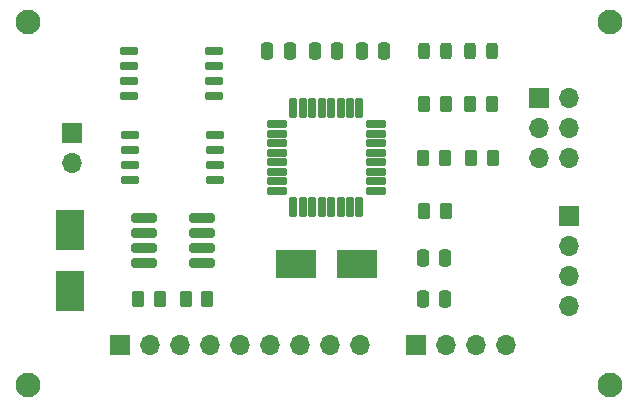
<source format=gbr>
%TF.GenerationSoftware,KiCad,Pcbnew,7.0.6-7.0.6~ubuntu22.10.1*%
%TF.CreationDate,2023-08-26T18:05:47+03:00*%
%TF.ProjectId,MCU Datalogger,4d435520-4461-4746-916c-6f676765722e,rev?*%
%TF.SameCoordinates,Original*%
%TF.FileFunction,Soldermask,Top*%
%TF.FilePolarity,Negative*%
%FSLAX46Y46*%
G04 Gerber Fmt 4.6, Leading zero omitted, Abs format (unit mm)*
G04 Created by KiCad (PCBNEW 7.0.6-7.0.6~ubuntu22.10.1) date 2023-08-26 18:05:47*
%MOMM*%
%LPD*%
G01*
G04 APERTURE LIST*
G04 Aperture macros list*
%AMRoundRect*
0 Rectangle with rounded corners*
0 $1 Rounding radius*
0 $2 $3 $4 $5 $6 $7 $8 $9 X,Y pos of 4 corners*
0 Add a 4 corners polygon primitive as box body*
4,1,4,$2,$3,$4,$5,$6,$7,$8,$9,$2,$3,0*
0 Add four circle primitives for the rounded corners*
1,1,$1+$1,$2,$3*
1,1,$1+$1,$4,$5*
1,1,$1+$1,$6,$7*
1,1,$1+$1,$8,$9*
0 Add four rect primitives between the rounded corners*
20,1,$1+$1,$2,$3,$4,$5,0*
20,1,$1+$1,$4,$5,$6,$7,0*
20,1,$1+$1,$6,$7,$8,$9,0*
20,1,$1+$1,$8,$9,$2,$3,0*%
G04 Aperture macros list end*
%ADD10RoundRect,0.250000X0.250000X0.475000X-0.250000X0.475000X-0.250000X-0.475000X0.250000X-0.475000X0*%
%ADD11R,1.700000X1.700000*%
%ADD12O,1.700000X1.700000*%
%ADD13C,2.100000*%
%ADD14RoundRect,0.250000X0.262500X0.450000X-0.262500X0.450000X-0.262500X-0.450000X0.262500X-0.450000X0*%
%ADD15R,2.400000X3.500000*%
%ADD16RoundRect,0.150000X-0.650000X-0.150000X0.650000X-0.150000X0.650000X0.150000X-0.650000X0.150000X0*%
%ADD17RoundRect,0.250000X-0.250000X-0.475000X0.250000X-0.475000X0.250000X0.475000X-0.250000X0.475000X0*%
%ADD18RoundRect,0.143300X-0.943700X-0.253700X0.943700X-0.253700X0.943700X0.253700X-0.943700X0.253700X0*%
%ADD19RoundRect,0.243750X-0.243750X-0.456250X0.243750X-0.456250X0.243750X0.456250X-0.243750X0.456250X0*%
%ADD20R,3.500000X2.400000*%
%ADD21RoundRect,0.250000X-0.262500X-0.450000X0.262500X-0.450000X0.262500X0.450000X-0.262500X0.450000X0*%
%ADD22RoundRect,0.140500X-0.696500X-0.236500X0.696500X-0.236500X0.696500X0.236500X-0.696500X0.236500X0*%
%ADD23RoundRect,0.201000X-0.176000X-0.636000X0.176000X-0.636000X0.176000X0.636000X-0.176000X0.636000X0*%
G04 APERTURE END LIST*
D10*
%TO.C,C2*%
X110575000Y-76000000D03*
X108675000Y-76000000D03*
%TD*%
D11*
%TO.C,J4*%
X118460000Y-62420000D03*
D12*
X121000000Y-62420000D03*
X118460000Y-64960000D03*
X121000000Y-64960000D03*
X118460000Y-67500000D03*
X121000000Y-67500000D03*
%TD*%
D13*
%TO.C,H3*%
X124500000Y-56000000D03*
%TD*%
D14*
%TO.C,R3*%
X110587500Y-72000000D03*
X108762500Y-72000000D03*
%TD*%
D15*
%TO.C,Y1*%
X78800000Y-78800000D03*
X78800000Y-73600000D03*
%TD*%
D14*
%TO.C,R2*%
X90412500Y-79500000D03*
X88587500Y-79500000D03*
%TD*%
D11*
%TO.C,J1*%
X121000000Y-72420000D03*
D12*
X121000000Y-74960000D03*
X121000000Y-77500000D03*
X121000000Y-80040000D03*
%TD*%
D13*
%TO.C,H4*%
X124500000Y-86750000D03*
%TD*%
D11*
%TO.C,J3*%
X108060000Y-83400000D03*
D12*
X110600000Y-83400000D03*
X113140000Y-83400000D03*
X115680000Y-83400000D03*
%TD*%
D16*
%TO.C,U3*%
X83800000Y-58495000D03*
X83800000Y-59765000D03*
X83800000Y-61035000D03*
X83800000Y-62305000D03*
X91000000Y-62305000D03*
X91000000Y-61035000D03*
X91000000Y-59765000D03*
X91000000Y-58495000D03*
%TD*%
D17*
%TO.C,C5*%
X103500000Y-58500000D03*
X105400000Y-58500000D03*
%TD*%
D11*
%TO.C,J2*%
X83060000Y-83400000D03*
D12*
X85600000Y-83400000D03*
X88140000Y-83400000D03*
X90680000Y-83400000D03*
X93220000Y-83400000D03*
X95760000Y-83400000D03*
X98300000Y-83400000D03*
X100840000Y-83400000D03*
X103380000Y-83400000D03*
%TD*%
D14*
%TO.C,R5*%
X114500000Y-63000000D03*
X112675000Y-63000000D03*
%TD*%
D17*
%TO.C,C1*%
X95500000Y-58500000D03*
X97400000Y-58500000D03*
%TD*%
D14*
%TO.C,R4*%
X110500000Y-67500000D03*
X108675000Y-67500000D03*
%TD*%
D10*
%TO.C,C4*%
X110575000Y-79500000D03*
X108675000Y-79500000D03*
%TD*%
D13*
%TO.C,H2*%
X75200000Y-86750000D03*
%TD*%
D18*
%TO.C,U2*%
X85025000Y-72595000D03*
X85025000Y-73865000D03*
X85025000Y-75135000D03*
X85025000Y-76405000D03*
X89975000Y-76405000D03*
X89975000Y-75135000D03*
X89975000Y-73865000D03*
X89975000Y-72595000D03*
%TD*%
D17*
%TO.C,C3*%
X99500000Y-58500000D03*
X101400000Y-58500000D03*
%TD*%
D19*
%TO.C,D1*%
X112675000Y-58500000D03*
X114550000Y-58500000D03*
%TD*%
%TO.C,D2*%
X108737500Y-58500000D03*
X110612500Y-58500000D03*
%TD*%
D16*
%TO.C,U1*%
X83900000Y-65595000D03*
X83900000Y-66865000D03*
X83900000Y-68135000D03*
X83900000Y-69405000D03*
X91100000Y-69405000D03*
X91100000Y-68135000D03*
X91100000Y-66865000D03*
X91100000Y-65595000D03*
%TD*%
D20*
%TO.C,Y2*%
X103100000Y-76500000D03*
X97900000Y-76500000D03*
%TD*%
D21*
%TO.C,R6*%
X112762500Y-67500000D03*
X114587500Y-67500000D03*
%TD*%
%TO.C,R1*%
X84587500Y-79500000D03*
X86412500Y-79500000D03*
%TD*%
D11*
%TO.C,BT1*%
X79000000Y-65400000D03*
D12*
X79000000Y-67940000D03*
%TD*%
D13*
%TO.C,H1*%
X75200000Y-56000000D03*
%TD*%
D22*
%TO.C,U4*%
X96330000Y-64700000D03*
X96330000Y-65500000D03*
X96330000Y-66300000D03*
X96330000Y-67100000D03*
X96330000Y-67900000D03*
X96330000Y-68700000D03*
X96330000Y-69500000D03*
X96330000Y-70300000D03*
D23*
X97700000Y-71670000D03*
X98500000Y-71670000D03*
X99300000Y-71670000D03*
X100100000Y-71670000D03*
X100900000Y-71670000D03*
X101700000Y-71670000D03*
X102500000Y-71670000D03*
X103300000Y-71670000D03*
D22*
X104670000Y-70300000D03*
X104670000Y-69500000D03*
X104670000Y-68700000D03*
X104670000Y-67900000D03*
X104670000Y-67100000D03*
X104670000Y-66300000D03*
X104670000Y-65500000D03*
X104670000Y-64700000D03*
D23*
X103300000Y-63330000D03*
X102500000Y-63330000D03*
X101700000Y-63330000D03*
X100900000Y-63330000D03*
X100100000Y-63330000D03*
X99300000Y-63330000D03*
X98500000Y-63330000D03*
X97700000Y-63330000D03*
%TD*%
D21*
%TO.C,R7*%
X108762500Y-63000000D03*
X110587500Y-63000000D03*
%TD*%
M02*

</source>
